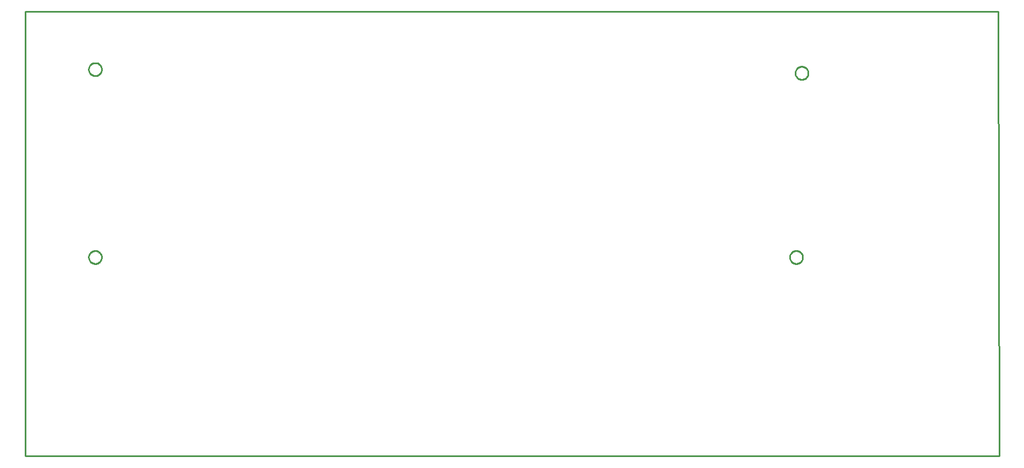
<source format=gbr>
G04 EAGLE Gerber RS-274X export*
G75*
%MOMM*%
%FSLAX34Y34*%
%LPD*%
%IN*%
%IPPOS*%
%AMOC8*
5,1,8,0,0,1.08239X$1,22.5*%
G01*
%ADD10C,0.254000*%


D10*
X0Y0D02*
X1500000Y0D01*
X1498600Y685800D01*
X0Y685800D01*
X0Y0D01*
X117700Y306263D02*
X117624Y305394D01*
X117472Y304534D01*
X117246Y303690D01*
X116948Y302870D01*
X116579Y302078D01*
X116142Y301322D01*
X115641Y300607D01*
X115080Y299938D01*
X114462Y299320D01*
X113793Y298759D01*
X113078Y298258D01*
X112322Y297821D01*
X111530Y297452D01*
X110710Y297154D01*
X109866Y296928D01*
X109007Y296776D01*
X108137Y296700D01*
X107263Y296700D01*
X106394Y296776D01*
X105534Y296928D01*
X104690Y297154D01*
X103870Y297452D01*
X103078Y297821D01*
X102322Y298258D01*
X101607Y298759D01*
X100938Y299320D01*
X100320Y299938D01*
X99759Y300607D01*
X99258Y301322D01*
X98821Y302078D01*
X98452Y302870D01*
X98154Y303690D01*
X97928Y304534D01*
X97776Y305394D01*
X97700Y306263D01*
X97700Y307137D01*
X97776Y308007D01*
X97928Y308866D01*
X98154Y309710D01*
X98452Y310530D01*
X98821Y311322D01*
X99258Y312078D01*
X99759Y312793D01*
X100320Y313462D01*
X100938Y314080D01*
X101607Y314641D01*
X102322Y315142D01*
X103078Y315579D01*
X103870Y315948D01*
X104690Y316246D01*
X105534Y316472D01*
X106394Y316624D01*
X107263Y316700D01*
X108137Y316700D01*
X109007Y316624D01*
X109866Y316472D01*
X110710Y316246D01*
X111530Y315948D01*
X112322Y315579D01*
X113078Y315142D01*
X113793Y314641D01*
X114462Y314080D01*
X115080Y313462D01*
X115641Y312793D01*
X116142Y312078D01*
X116579Y311322D01*
X116948Y310530D01*
X117246Y309710D01*
X117472Y308866D01*
X117624Y308007D01*
X117700Y307137D01*
X117700Y306263D01*
X1197700Y306263D02*
X1197624Y305394D01*
X1197472Y304534D01*
X1197246Y303690D01*
X1196948Y302870D01*
X1196579Y302078D01*
X1196142Y301322D01*
X1195641Y300607D01*
X1195080Y299938D01*
X1194462Y299320D01*
X1193793Y298759D01*
X1193078Y298258D01*
X1192322Y297821D01*
X1191530Y297452D01*
X1190710Y297154D01*
X1189866Y296928D01*
X1189007Y296776D01*
X1188137Y296700D01*
X1187263Y296700D01*
X1186394Y296776D01*
X1185534Y296928D01*
X1184690Y297154D01*
X1183870Y297452D01*
X1183078Y297821D01*
X1182322Y298258D01*
X1181607Y298759D01*
X1180938Y299320D01*
X1180320Y299938D01*
X1179759Y300607D01*
X1179258Y301322D01*
X1178821Y302078D01*
X1178452Y302870D01*
X1178154Y303690D01*
X1177928Y304534D01*
X1177776Y305394D01*
X1177700Y306263D01*
X1177700Y307137D01*
X1177776Y308007D01*
X1177928Y308866D01*
X1178154Y309710D01*
X1178452Y310530D01*
X1178821Y311322D01*
X1179258Y312078D01*
X1179759Y312793D01*
X1180320Y313462D01*
X1180938Y314080D01*
X1181607Y314641D01*
X1182322Y315142D01*
X1183078Y315579D01*
X1183870Y315948D01*
X1184690Y316246D01*
X1185534Y316472D01*
X1186394Y316624D01*
X1187263Y316700D01*
X1188137Y316700D01*
X1189007Y316624D01*
X1189866Y316472D01*
X1190710Y316246D01*
X1191530Y315948D01*
X1192322Y315579D01*
X1193078Y315142D01*
X1193793Y314641D01*
X1194462Y314080D01*
X1195080Y313462D01*
X1195641Y312793D01*
X1196142Y312078D01*
X1196579Y311322D01*
X1196948Y310530D01*
X1197246Y309710D01*
X1197472Y308866D01*
X1197624Y308007D01*
X1197700Y307137D01*
X1197700Y306263D01*
X117700Y596263D02*
X117624Y595394D01*
X117472Y594534D01*
X117246Y593690D01*
X116948Y592870D01*
X116579Y592078D01*
X116142Y591322D01*
X115641Y590607D01*
X115080Y589938D01*
X114462Y589320D01*
X113793Y588759D01*
X113078Y588258D01*
X112322Y587821D01*
X111530Y587452D01*
X110710Y587154D01*
X109866Y586928D01*
X109007Y586776D01*
X108137Y586700D01*
X107263Y586700D01*
X106394Y586776D01*
X105534Y586928D01*
X104690Y587154D01*
X103870Y587452D01*
X103078Y587821D01*
X102322Y588258D01*
X101607Y588759D01*
X100938Y589320D01*
X100320Y589938D01*
X99759Y590607D01*
X99258Y591322D01*
X98821Y592078D01*
X98452Y592870D01*
X98154Y593690D01*
X97928Y594534D01*
X97776Y595394D01*
X97700Y596263D01*
X97700Y597137D01*
X97776Y598007D01*
X97928Y598866D01*
X98154Y599710D01*
X98452Y600530D01*
X98821Y601322D01*
X99258Y602078D01*
X99759Y602793D01*
X100320Y603462D01*
X100938Y604080D01*
X101607Y604641D01*
X102322Y605142D01*
X103078Y605579D01*
X103870Y605948D01*
X104690Y606246D01*
X105534Y606472D01*
X106394Y606624D01*
X107263Y606700D01*
X108137Y606700D01*
X109007Y606624D01*
X109866Y606472D01*
X110710Y606246D01*
X111530Y605948D01*
X112322Y605579D01*
X113078Y605142D01*
X113793Y604641D01*
X114462Y604080D01*
X115080Y603462D01*
X115641Y602793D01*
X116142Y602078D01*
X116579Y601322D01*
X116948Y600530D01*
X117246Y599710D01*
X117472Y598866D01*
X117624Y598007D01*
X117700Y597137D01*
X117700Y596263D01*
X1206140Y590563D02*
X1206064Y589694D01*
X1205912Y588834D01*
X1205686Y587990D01*
X1205388Y587170D01*
X1205019Y586378D01*
X1204582Y585622D01*
X1204081Y584907D01*
X1203520Y584238D01*
X1202902Y583620D01*
X1202233Y583059D01*
X1201518Y582558D01*
X1200762Y582121D01*
X1199970Y581752D01*
X1199150Y581454D01*
X1198306Y581228D01*
X1197447Y581076D01*
X1196577Y581000D01*
X1195703Y581000D01*
X1194834Y581076D01*
X1193974Y581228D01*
X1193130Y581454D01*
X1192310Y581752D01*
X1191518Y582121D01*
X1190762Y582558D01*
X1190047Y583059D01*
X1189378Y583620D01*
X1188760Y584238D01*
X1188199Y584907D01*
X1187698Y585622D01*
X1187261Y586378D01*
X1186892Y587170D01*
X1186594Y587990D01*
X1186368Y588834D01*
X1186216Y589694D01*
X1186140Y590563D01*
X1186140Y591437D01*
X1186216Y592307D01*
X1186368Y593166D01*
X1186594Y594010D01*
X1186892Y594830D01*
X1187261Y595622D01*
X1187698Y596378D01*
X1188199Y597093D01*
X1188760Y597762D01*
X1189378Y598380D01*
X1190047Y598941D01*
X1190762Y599442D01*
X1191518Y599879D01*
X1192310Y600248D01*
X1193130Y600546D01*
X1193974Y600772D01*
X1194834Y600924D01*
X1195703Y601000D01*
X1196577Y601000D01*
X1197447Y600924D01*
X1198306Y600772D01*
X1199150Y600546D01*
X1199970Y600248D01*
X1200762Y599879D01*
X1201518Y599442D01*
X1202233Y598941D01*
X1202902Y598380D01*
X1203520Y597762D01*
X1204081Y597093D01*
X1204582Y596378D01*
X1205019Y595622D01*
X1205388Y594830D01*
X1205686Y594010D01*
X1205912Y593166D01*
X1206064Y592307D01*
X1206140Y591437D01*
X1206140Y590563D01*
M02*

</source>
